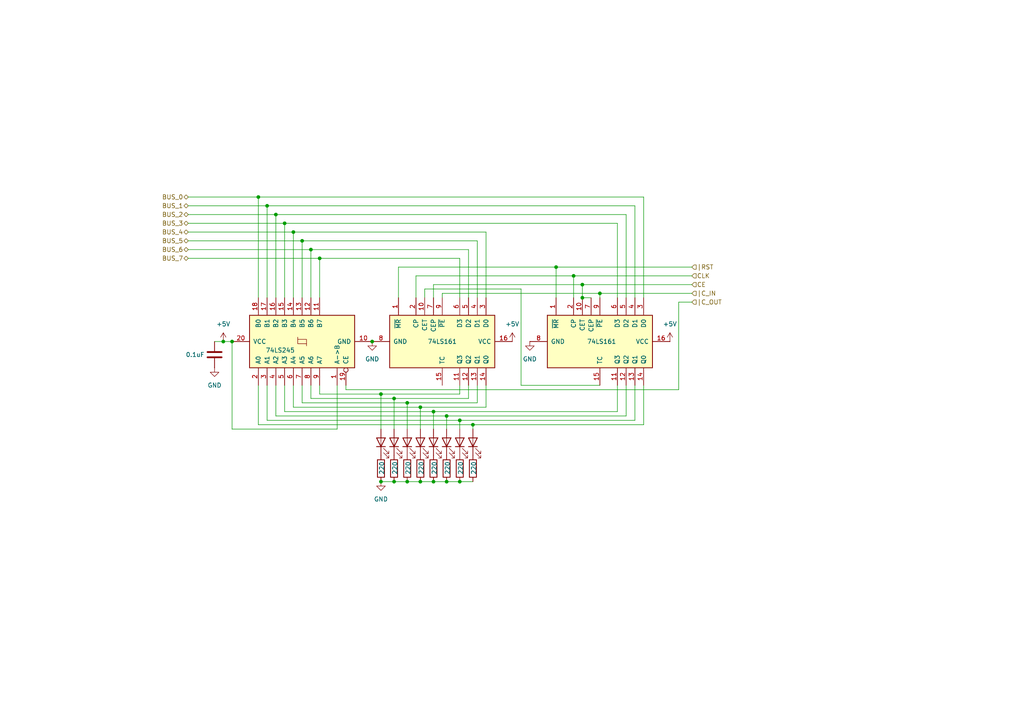
<source format=kicad_sch>
(kicad_sch (version 20231120) (generator "eeschema") (generator_version "8.0")
  (paper "A4")
  (lib_symbols
    (symbol "74xx:74LS161" (pin_names (offset 1.016))
      (property "Reference" "U" (at -7.62 16.51 0))
      (property "Value" "74LS161" (at -7.62 -16.51 0))
      (symbol "74LS161_1_0"
        (pin input line (at -12.7 -12.7 0) (length 5.08) (name "~{MR}") (number "1"))
        (pin input line (at -12.7 -5.08 0) (length 5.08) (name "CET") (number "10"))
        (pin output line (at 12.7 5.08 180) (length 5.08) (name "Q3") (number "11"))
        (pin output line (at 12.7 7.62 180) (length 5.08) (name "Q2") (number "12"))
        (pin output line (at 12.7 10.16 180) (length 5.08) (name "Q1") (number "13"))
        (pin output line (at 12.7 12.7 180) (length 5.08) (name "Q0") (number "14"))
        (pin output line (at 12.7 0 180) (length 5.08) (name "TC") (number "15"))
        (pin power_in line (at 0 20.32 270) (length 5.08) (name "VCC") (number "16"))
        (pin input line (at -12.7 -7.62 0) (length 5.08) (name "CP") (number "2"))
        (pin input line (at -12.7 12.7 0) (length 5.08) (name "D0") (number "3"))
        (pin input line (at -12.7 10.16 0) (length 5.08) (name "D1") (number "4"))
        (pin input line (at -12.7 7.62 0) (length 5.08) (name "D2") (number "5"))
        (pin input line (at -12.7 5.08 0) (length 5.08) (name "D3") (number "6"))
        (pin input line (at -12.7 -2.54 0) (length 5.08) (name "CEP") (number "7"))
        (pin power_in line (at 0 -20.32 90) (length 5.08) (name "GND") (number "8"))
        (pin input line (at -12.7 0 0) (length 5.08) (name "~{PE}") (number "9"))
      )
      (symbol "74LS161_1_1"
        (rectangle (start -7.62 15.24) (end 7.62 -15.24) (stroke (width 0.254)) (fill (type background)))
      )
    )
    (symbol "74xx:74LS245" (pin_names (offset 1.016))
      (property "Reference" "U" (at -7.62 16.51 0))
      (property "Value" "74LS245" (at -7.62 -16.51 0))
      (symbol "74LS245_1_0"
        (polyline (pts (xy -0.635 -1.27) (xy -0.635 1.27) (xy 0.635 1.27)))
        (polyline (pts (xy -1.27 -1.27) (xy 0.635 -1.27) (xy 0.635 1.27) (xy 1.27 1.27)))
        (pin input line (at -12.7 -10.16 0) (length 5.08) (name "A->B") (number "1"))
        (pin power_in line (at 0 -20.32 90) (length 5.08) (name "GND") (number "10"))
        (pin tri_state line (at 12.7 -5.08 180) (length 5.08) (name "B7") (number "11"))
        (pin tri_state line (at 12.7 -2.54 180) (length 5.08) (name "B6") (number "12"))
        (pin tri_state line (at 12.7 0 180) (length 5.08) (name "B5") (number "13"))
        (pin tri_state line (at 12.7 2.54 180) (length 5.08) (name "B4") (number "14"))
        (pin tri_state line (at 12.7 5.08 180) (length 5.08) (name "B3") (number "15"))
        (pin tri_state line (at 12.7 7.62 180) (length 5.08) (name "B2") (number "16"))
        (pin tri_state line (at 12.7 10.16 180) (length 5.08) (name "B1") (number "17"))
        (pin tri_state line (at 12.7 12.7 180) (length 5.08) (name "B0") (number "18"))
        (pin input inverted (at -12.7 -12.7 0) (length 5.08) (name "CE") (number "19"))
        (pin tri_state line (at -12.7 12.7 0) (length 5.08) (name "A0") (number "2"))
        (pin power_in line (at 0 20.32 270) (length 5.08) (name "VCC") (number "20"))
        (pin tri_state line (at -12.7 10.16 0) (length 5.08) (name "A1") (number "3"))
        (pin tri_state line (at -12.7 7.62 0) (length 5.08) (name "A2") (number "4"))
        (pin tri_state line (at -12.7 5.08 0) (length 5.08) (name "A3") (number "5"))
        (pin tri_state line (at -12.7 2.54 0) (length 5.08) (name "A4") (number "6"))
        (pin tri_state line (at -12.7 0 0) (length 5.08) (name "A5") (number "7"))
        (pin tri_state line (at -12.7 -2.54 0) (length 5.08) (name "A6") (number "8"))
        (pin tri_state line (at -12.7 -5.08 0) (length 5.08) (name "A7") (number "9"))
      )
      (symbol "74LS245_1_1"
        (rectangle (start -7.62 15.24) (end 7.62 -15.24) (stroke (width 0.254)) (fill (type background)))
      )
    )
    (symbol "Device:C" (pin_numbers hide) (pin_names (offset 0.254))
      (property "Reference" "C" (at 0.635 2.54 0))
      (property "Value" "C" (at 0.635 -2.54 0))
      (symbol "C_0_1"
        (polyline (pts (xy -2.032 -0.762) (xy 2.032 -0.762)) (stroke (width 0.508)))
        (polyline (pts (xy -2.032 0.762) (xy 2.032 0.762)) (stroke (width 0.508)))
      )
      (symbol "C_1_1"
        (pin passive line (at 0 3.81 270) (length 2.794) (name "~") (number "1"))
        (pin passive line (at 0 -3.81 90) (length 2.794) (name "~") (number "2"))
      )
    )
    (symbol "Device:LED" (pin_numbers hide) (pin_names (offset 1.016) hide)
      (property "Reference" "D" (at 0 2.54 0))
      (property "Value" "LED" (at 0 -2.54 0))
      (symbol "LED_0_1"
        (polyline (pts (xy -1.27 -1.27) (xy -1.27 1.27)) (stroke (width 0.254)))
        (polyline (pts (xy -1.27 0) (xy 1.27 0)))
        (polyline (pts (xy 1.27 -1.27) (xy 1.27 1.27) (xy -1.27 0) (xy 1.27 -1.27)) (stroke (width 0.254)))
        (polyline (pts (xy -3.048 -0.762) (xy -4.572 -2.286) (xy -3.81 -2.286) (xy -4.572 -2.286) (xy -4.572 -1.524)))
        (polyline (pts (xy -1.778 -0.762) (xy -3.302 -2.286) (xy -2.54 -2.286) (xy -3.302 -2.286) (xy -3.302 -1.524)))
      )
      (symbol "LED_1_1"
        (pin passive line (at -3.81 0 0) (length 2.54) (name "K") (number "1"))
        (pin passive line (at 3.81 0 180) (length 2.54) (name "A") (number "2"))
      )
    )
    (symbol "Device:R" (pin_numbers hide) (pin_names (offset 0))
      (property "Reference" "R" (at 2.032 0 90))
      (property "Value" "R" (at 0 0 90))
      (symbol "R_0_1"
        (rectangle (start -1.016 -2.54) (end 1.016 2.54) (stroke (width 0.254)))
      )
      (symbol "R_1_1"
        (pin passive line (at 0 3.81 270) (length 1.27) (name "~") (number "1"))
        (pin passive line (at 0 -3.81 90) (length 1.27) (name "~") (number "2"))
      )
    )
    (symbol "power:+5V" (power) (pin_numbers hide) (pin_names (offset 0) hide)
      (property "Value" "+5V" (at 0 3.556 0))
      (symbol "+5V_0_1"
        (polyline (pts (xy -0.762 1.27) (xy 0 2.54)))
        (polyline (pts (xy 0 0) (xy 0 2.54)))
        (polyline (pts (xy 0 2.54) (xy 0.762 1.27)))
      )
      (symbol "+5V_1_1"
        (pin power_in line (at 0 0 90) (length 0) (name "~") (number "1"))
      )
    )
    (symbol "power:GND" (power) (pin_numbers hide) (pin_names (offset 0) hide)
      (property "Value" "GND" (at 0 -3.81 0))
      (symbol "GND_0_1"
        (polyline (pts (xy 0 0) (xy 0 -1.27) (xy 1.27 -1.27) (xy 0 -2.54) (xy -1.27 -1.27) (xy 0 -1.27)))
      )
      (symbol "GND_1_1"
        (pin power_in line (at 0 0 270) (length 0) (name "~") (number "1"))
      )
    )
  )
  (junction (at 161.29 77.47))
  (junction (at 166.37 80.01))
  (junction (at 173.99 85.09))
  (junction (at 77.47 59.69))
  (junction (at 121.92 139.7))
  (junction (at 85.09 67.31))
  (junction (at 110.49 114.3))
  (junction (at 82.55 64.77))
  (junction (at 64.77 99.06))
  (junction (at 67.31 99.06))
  (junction (at 80.01 62.23))
  (junction (at 168.91 86.36))
  (junction (at 121.92 118.11))
  (junction (at 125.73 139.7))
  (junction (at 87.63 69.85))
  (junction (at 118.11 139.7))
  (junction (at 129.54 120.65))
  (junction (at 133.35 139.7))
  (junction (at 118.11 116.84))
  (junction (at 133.35 121.92))
  (junction (at 114.3 139.7))
  (junction (at 168.91 82.55))
  (junction (at 125.73 119.38))
  (junction (at 74.93 57.15))
  (junction (at 107.95 99.06))
  (junction (at 110.49 139.7))
  (junction (at 114.3 115.57))
  (junction (at 137.16 123.19))
  (junction (at 90.17 72.39))
  (junction (at 92.71 74.93))
  (junction (at 129.54 139.7))
  (wire (pts (xy 121.92 118.11) (xy 140.97 118.11)))
  (wire (pts (xy 151.13 83.82) (xy 151.13 111.76)))
  (wire (pts (xy 166.37 80.01) (xy 166.37 86.36)))
  (wire (pts (xy 186.69 111.76) (xy 186.69 123.19)))
  (wire (pts (xy 161.29 77.47) (xy 200.66 77.47)))
  (wire (pts (xy 74.93 57.15) (xy 186.69 57.15)))
  (wire (pts (xy 138.43 116.84) (xy 138.43 111.76)))
  (wire (pts (xy 92.71 74.93) (xy 133.35 74.93)))
  (wire (pts (xy 196.85 87.63) (xy 200.66 87.63)))
  (wire (pts (xy 123.19 83.82) (xy 151.13 83.82)))
  (wire (pts (xy 90.17 115.57) (xy 114.3 115.57)))
  (wire (pts (xy 110.49 139.7) (xy 114.3 139.7)))
  (wire (pts (xy 115.57 77.47) (xy 115.57 86.36)))
  (wire (pts (xy 64.77 99.06) (xy 67.31 99.06)))
  (wire (pts (xy 54.61 57.15) (xy 74.93 57.15)))
  (wire (pts (xy 138.43 69.85) (xy 138.43 86.36)))
  (wire (pts (xy 129.54 120.65) (xy 129.54 124.46)))
  (wire (pts (xy 179.07 111.76) (xy 179.07 119.38)))
  (wire (pts (xy 168.91 82.55) (xy 200.66 82.55)))
  (wire (pts (xy 181.61 62.23) (xy 80.01 62.23)))
  (wire (pts (xy 133.35 139.7) (xy 137.16 139.7)))
  (wire (pts (xy 77.47 121.92) (xy 133.35 121.92)))
  (wire (pts (xy 137.16 123.19) (xy 186.69 123.19)))
  (wire (pts (xy 133.35 74.93) (xy 133.35 86.36)))
  (wire (pts (xy 87.63 69.85) (xy 138.43 69.85)))
  (wire (pts (xy 168.91 86.36) (xy 171.45 86.36)))
  (wire (pts (xy 54.61 67.31) (xy 85.09 67.31)))
  (wire (pts (xy 120.65 80.01) (xy 166.37 80.01)))
  (wire (pts (xy 137.16 123.19) (xy 137.16 124.46)))
  (wire (pts (xy 133.35 121.92) (xy 184.15 121.92)))
  (wire (pts (xy 125.73 82.55) (xy 168.91 82.55)))
  (wire (pts (xy 118.11 116.84) (xy 118.11 124.46)))
  (wire (pts (xy 87.63 69.85) (xy 87.63 86.36)))
  (wire (pts (xy 115.57 77.47) (xy 161.29 77.47)))
  (wire (pts (xy 184.15 121.92) (xy 184.15 111.76)))
  (wire (pts (xy 85.09 67.31) (xy 140.97 67.31)))
  (wire (pts (xy 82.55 64.77) (xy 179.07 64.77)))
  (wire (pts (xy 184.15 59.69) (xy 184.15 86.36)))
  (wire (pts (xy 54.61 64.77) (xy 82.55 64.77)))
  (wire (pts (xy 181.61 120.65) (xy 181.61 111.76)))
  (wire (pts (xy 74.93 57.15) (xy 74.93 86.36)))
  (wire (pts (xy 125.73 119.38) (xy 125.73 124.46)))
  (wire (pts (xy 135.89 111.76) (xy 135.89 115.57)))
  (wire (pts (xy 100.33 113.03) (xy 100.33 111.76)))
  (wire (pts (xy 82.55 111.76) (xy 82.55 119.38)))
  (wire (pts (xy 120.65 80.01) (xy 120.65 86.36)))
  (wire (pts (xy 128.27 85.09) (xy 173.99 85.09)))
  (wire (pts (xy 74.93 123.19) (xy 137.16 123.19)))
  (wire (pts (xy 92.71 74.93) (xy 92.71 86.36)))
  (wire (pts (xy 121.92 118.11) (xy 121.92 124.46)))
  (wire (pts (xy 118.11 116.84) (xy 138.43 116.84)))
  (wire (pts (xy 62.23 99.06) (xy 64.77 99.06)))
  (wire (pts (xy 125.73 82.55) (xy 125.73 86.36)))
  (wire (pts (xy 54.61 62.23) (xy 80.01 62.23)))
  (wire (pts (xy 129.54 139.7) (xy 133.35 139.7)))
  (wire (pts (xy 77.47 59.69) (xy 184.15 59.69)))
  (wire (pts (xy 85.09 118.11) (xy 121.92 118.11)))
  (wire (pts (xy 173.99 85.09) (xy 200.66 85.09)))
  (wire (pts (xy 77.47 59.69) (xy 77.47 86.36)))
  (wire (pts (xy 129.54 120.65) (xy 181.61 120.65)))
  (wire (pts (xy 161.29 77.47) (xy 161.29 86.36)))
  (wire (pts (xy 123.19 86.36) (xy 123.19 83.82)))
  (wire (pts (xy 80.01 120.65) (xy 129.54 120.65)))
  (wire (pts (xy 114.3 115.57) (xy 135.89 115.57)))
  (wire (pts (xy 196.85 87.63) (xy 196.85 113.03)))
  (wire (pts (xy 125.73 119.38) (xy 179.07 119.38)))
  (wire (pts (xy 118.11 139.7) (xy 121.92 139.7)))
  (wire (pts (xy 54.61 59.69) (xy 77.47 59.69)))
  (wire (pts (xy 92.71 111.76) (xy 92.71 114.3)))
  (wire (pts (xy 125.73 139.7) (xy 129.54 139.7)))
  (wire (pts (xy 110.49 114.3) (xy 133.35 114.3)))
  (wire (pts (xy 67.31 124.46) (xy 97.79 124.46)))
  (wire (pts (xy 133.35 111.76) (xy 133.35 114.3)))
  (wire (pts (xy 80.01 62.23) (xy 80.01 86.36)))
  (wire (pts (xy 114.3 139.7) (xy 118.11 139.7)))
  (wire (pts (xy 92.71 114.3) (xy 110.49 114.3)))
  (wire (pts (xy 87.63 116.84) (xy 87.63 111.76)))
  (wire (pts (xy 181.61 62.23) (xy 181.61 86.36)))
  (wire (pts (xy 97.79 111.76) (xy 97.79 124.46)))
  (wire (pts (xy 135.89 72.39) (xy 135.89 86.36)))
  (wire (pts (xy 173.99 85.09) (xy 173.99 86.36)))
  (wire (pts (xy 82.55 64.77) (xy 82.55 86.36)))
  (wire (pts (xy 54.61 74.93) (xy 92.71 74.93)))
  (wire (pts (xy 196.85 113.03) (xy 100.33 113.03)))
  (wire (pts (xy 90.17 111.76) (xy 90.17 115.57)))
  (wire (pts (xy 87.63 116.84) (xy 118.11 116.84)))
  (wire (pts (xy 151.13 111.76) (xy 173.99 111.76)))
  (wire (pts (xy 85.09 67.31) (xy 85.09 86.36)))
  (wire (pts (xy 67.31 99.06) (xy 67.31 124.46)))
  (wire (pts (xy 121.92 139.7) (xy 125.73 139.7)))
  (wire (pts (xy 82.55 119.38) (xy 125.73 119.38)))
  (wire (pts (xy 128.27 86.36) (xy 128.27 85.09)))
  (wire (pts (xy 140.97 111.76) (xy 140.97 118.11)))
  (wire (pts (xy 90.17 72.39) (xy 90.17 86.36)))
  (wire (pts (xy 140.97 67.31) (xy 140.97 86.36)))
  (wire (pts (xy 74.93 123.19) (xy 74.93 111.76)))
  (wire (pts (xy 110.49 114.3) (xy 110.49 124.46)))
  (wire (pts (xy 80.01 111.76) (xy 80.01 120.65)))
  (wire (pts (xy 168.91 82.55) (xy 168.91 86.36)))
  (wire (pts (xy 90.17 72.39) (xy 135.89 72.39)))
  (wire (pts (xy 179.07 64.77) (xy 179.07 86.36)))
  (wire (pts (xy 114.3 115.57) (xy 114.3 124.46)))
  (wire (pts (xy 54.61 72.39) (xy 90.17 72.39)))
  (wire (pts (xy 166.37 80.01) (xy 200.66 80.01)))
  (wire (pts (xy 77.47 111.76) (xy 77.47 121.92)))
  (wire (pts (xy 186.69 57.15) (xy 186.69 86.36)))
  (wire (pts (xy 54.61 69.85) (xy 87.63 69.85)))
  (wire (pts (xy 85.09 118.11) (xy 85.09 111.76)))
  (wire (pts (xy 133.35 121.92) (xy 133.35 124.46)))
  (hierarchical_label "BUS_1" (shape bidirectional) (at 54.61 59.69 180))
  (hierarchical_label "|C_OUT" (shape input) (at 200.66 87.63 0))
  (hierarchical_label "|C_IN" (shape input) (at 200.66 85.09 0))
  (hierarchical_label "BUS_7" (shape bidirectional) (at 54.61 74.93 180))
  (hierarchical_label "BUS_3" (shape bidirectional) (at 54.61 64.77 180))
  (hierarchical_label "BUS_4" (shape bidirectional) (at 54.61 67.31 180))
  (hierarchical_label "BUS_2" (shape bidirectional) (at 54.61 62.23 180))
  (hierarchical_label "|RST" (shape input) (at 200.66 77.47 0))
  (hierarchical_label "BUS_5" (shape bidirectional) (at 54.61 69.85 180))
  (hierarchical_label "CLK" (shape input) (at 200.66 80.01 0))
  (hierarchical_label "BUS_0" (shape bidirectional) (at 54.61 57.15 180))
  (hierarchical_label "CE" (shape input) (at 200.66 82.55 0))
  (hierarchical_label "BUS_6" (shape bidirectional) (at 54.61 72.39 180))
  (symbol (lib_id "Device:LED") (at 110.49 128.27 90) (unit 1)
    (property "Reference" "D1" (effects (hide yes)))
    (property "Value" "LED" (effects (hide yes)))
    (property "Description" "Light emitting diode" (effects (hide yes)))
  )
  (symbol (lib_id "Device:R") (at 114.3 135.89 0) (unit 1)
    (property "Reference" "R2" (effects (hide yes)))
    (property "Value" "220" (at 114.554 137.668 90) (effects (justify left)))
    (property "Description" "Resistor" (effects (hide yes)))
  )
  (symbol (lib_id "power:GND") (at 110.49 139.7 0) (unit 1)
    (property "Reference" "#PWR07" (effects (hide yes)))
    (property "Value" "GND" (at 110.49 144.78 0))
    (property "Description" "Power symbol creates a global label with name \"GND\" , ground" (effects (hide yes)))
  )
  (symbol (lib_id "power:GND") (at 153.67 99.06 0) (unit 1)
    (property "Reference" "#PWR03" (effects (hide yes)))
    (property "Value" "GND" (at 153.67 104.14 0))
    (property "Description" "Power symbol creates a global label with name \"GND\" , ground" (effects (hide yes)))
  )
  (symbol (lib_id "Device:LED") (at 121.92 128.27 90) (unit 1)
    (property "Reference" "D4" (effects (hide yes)))
    (property "Value" "LED" (effects (hide yes)))
    (property "Description" "Light emitting diode" (effects (hide yes)))
  )
  (symbol (lib_id "74xx:74LS161") (at 173.99 99.06 270) (unit 1)
    (property "Reference" "U2" (effects (hide yes)))
    (property "Value" "74LS161" (at 174.498 99.06 90))
    (property "Datasheet" "http://www.ti.com/lit/gpn/sn74LS161" (effects (hide yes)))
    (property "Description" "Synchronous 4-bit programmable binary Counter" (effects (hide yes)))
  )
  (symbol (lib_id "Device:R") (at 118.11 135.89 0) (unit 1)
    (property "Reference" "R3" (effects (hide yes)))
    (property "Value" "220" (at 118.364 137.668 90) (effects (justify left)))
    (property "Description" "Resistor" (effects (hide yes)))
  )
  (symbol (lib_id "power:+5V") (at 148.59 99.06 0) (unit 1)
    (property "Reference" "#PWR04" (effects (hide yes)))
    (property "Value" "+5V" (at 148.59 93.98 0))
    (property "Description" "Power symbol creates a global label with name \"+5V\"" (effects (hide yes)))
  )
  (symbol (lib_id "Device:R") (at 110.49 135.89 0) (unit 1)
    (property "Reference" "R1" (effects (hide yes)))
    (property "Value" "220" (at 110.744 137.668 90) (effects (justify left)))
    (property "Description" "Resistor" (effects (hide yes)))
  )
  (symbol (lib_id "Device:R") (at 133.35 135.89 0) (unit 1)
    (property "Reference" "R7" (effects (hide yes)))
    (property "Value" "220" (at 133.604 137.668 90) (effects (justify left)))
    (property "Description" "Resistor" (effects (hide yes)))
  )
  (symbol (lib_id "Device:C") (at 62.23 102.87 0) (unit 1)
    (property "Reference" "C1" (effects (hide yes)))
    (property "Value" "0.1uF" (at 53.848 102.87 0) (effects (justify left)))
    (property "Description" "Unpolarized capacitor" (effects (hide yes)))
  )
  (symbol (lib_id "power:+5V") (at 194.31 99.06 0) (unit 1)
    (property "Reference" "#PWR06" (effects (hide yes)))
    (property "Value" "+5V" (at 194.31 93.98 0))
    (property "Description" "Power symbol creates a global label with name \"+5V\"" (effects (hide yes)))
  )
  (symbol (lib_id "74xx:74LS161") (at 128.27 99.06 270) (unit 1)
    (property "Reference" "U1" (effects (hide yes)))
    (property "Value" "74LS161" (at 128.27 99.06 90))
    (property "Datasheet" "http://www.ti.com/lit/gpn/sn74LS161" (effects (hide yes)))
    (property "Description" "Synchronous 4-bit programmable binary Counter" (effects (hide yes)))
  )
  (symbol (lib_id "Device:LED") (at 118.11 128.27 90) (unit 1)
    (property "Reference" "D3" (effects (hide yes)))
    (property "Value" "LED" (effects (hide yes)))
    (property "Description" "Light emitting diode" (effects (hide yes)))
  )
  (symbol (lib_id "74xx:74LS245") (at 87.63 99.06 90) (unit 1)
    (property "Reference" "U3" (effects (hide yes)))
    (property "Value" "74LS245" (at 81.28 101.6 90))
    (property "Datasheet" "http://www.ti.com/lit/gpn/sn74LS245" (effects (hide yes)))
    (property "Description" "Octal BUS Transceivers, 3-State outputs" (effects (hide yes)))
  )
  (symbol (lib_id "Device:LED") (at 137.16 128.27 90) (unit 1)
    (property "Reference" "D8" (effects (hide yes)))
    (property "Value" "LED" (effects (hide yes)))
    (property "Description" "Light emitting diode" (effects (hide yes)))
  )
  (symbol (lib_id "Device:R") (at 125.73 135.89 0) (unit 1)
    (property "Reference" "R5" (effects (hide yes)))
    (property "Value" "220" (at 125.984 137.668 90) (effects (justify left)))
    (property "Description" "Resistor" (effects (hide yes)))
  )
  (symbol (lib_id "Device:R") (at 129.54 135.89 0) (unit 1)
    (property "Reference" "R6" (effects (hide yes)))
    (property "Value" "220" (at 129.794 137.668 90) (effects (justify left)))
    (property "Description" "Resistor" (effects (hide yes)))
  )
  (symbol (lib_id "Device:LED") (at 133.35 128.27 90) (unit 1)
    (property "Reference" "D7" (effects (hide yes)))
    (property "Value" "LED" (effects (hide yes)))
    (property "Description" "Light emitting diode" (effects (hide yes)))
  )
  (symbol (lib_id "Device:R") (at 121.92 135.89 0) (unit 1)
    (property "Reference" "R4" (effects (hide yes)))
    (property "Value" "220" (at 122.174 137.668 90) (effects (justify left)))
    (property "Description" "Resistor" (effects (hide yes)))
  )
  (symbol (lib_id "Device:LED") (at 114.3 128.27 90) (unit 1)
    (property "Reference" "D2" (effects (hide yes)))
    (property "Value" "LED" (effects (hide yes)))
    (property "Description" "Light emitting diode" (effects (hide yes)))
  )
  (symbol (lib_id "power:GND") (at 62.23 106.68 0) (unit 1)
    (property "Reference" "#PWR01" (effects (hide yes)))
    (property "Value" "GND" (at 62.23 111.76 0))
    (property "Description" "Power symbol creates a global label with name \"GND\" , ground" (effects (hide yes)))
  )
  (symbol (lib_id "Device:R") (at 137.16 135.89 0) (unit 1)
    (property "Reference" "R8" (effects (hide yes)))
    (property "Value" "220" (at 137.414 137.668 90) (effects (justify left)))
    (property "Description" "Resistor" (effects (hide yes)))
  )
  (symbol (lib_id "power:GND") (at 107.95 99.06 0) (unit 1)
    (property "Reference" "#PWR05" (effects (hide yes)))
    (property "Value" "GND" (at 107.95 104.14 0))
    (property "Description" "Power symbol creates a global label with name \"GND\" , ground" (effects (hide yes)))
  )
  (symbol (lib_id "power:+5V") (at 64.77 99.06 0) (unit 1)
    (property "Reference" "#PWR02" (effects (hide yes)))
    (property "Value" "+5V" (at 64.77 93.98 0))
    (property "Description" "Power symbol creates a global label with name \"+5V\"" (effects (hide yes)))
  )
  (symbol (lib_id "Device:LED") (at 129.54 128.27 90) (unit 1)
    (property "Reference" "D6" (effects (hide yes)))
    (property "Value" "LED" (effects (hide yes)))
    (property "Description" "Light emitting diode" (effects (hide yes)))
  )
  (symbol (lib_id "Device:LED") (at 125.73 128.27 90) (unit 1)
    (property "Reference" "D5" (effects (hide yes)))
    (property "Value" "LED" (effects (hide yes)))
    (property "Description" "Light emitting diode" (effects (hide yes)))
  )
)
</source>
